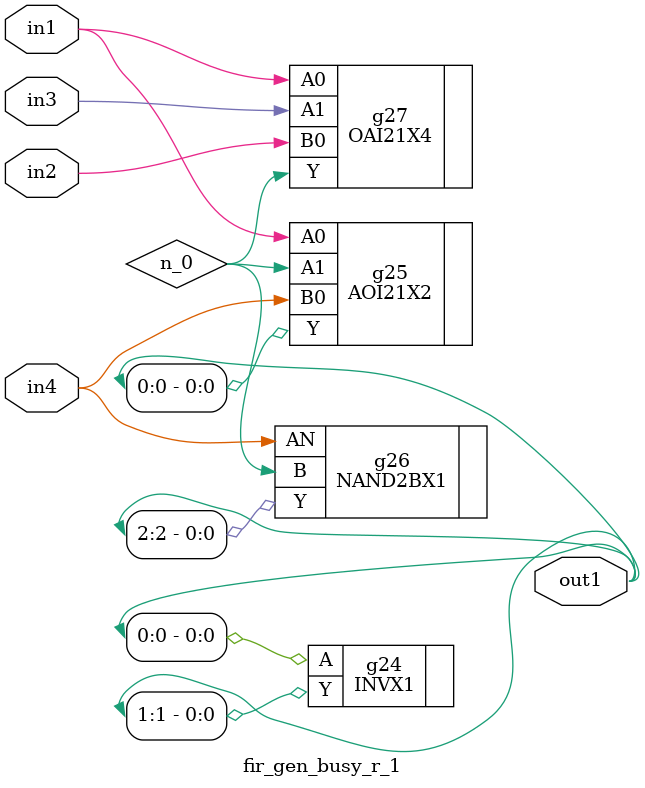
<source format=v>
`timescale 1ps / 1ps


module fir_gen_busy_r_1(in1, in2, in3, in4, out1);
  input in1, in2, in3, in4;
  output [2:0] out1;
  wire in1, in2, in3, in4;
  wire [2:0] out1;
  wire n_0;
  INVX1 g24(.A (out1[0]), .Y (out1[1]));
  AOI21X2 g25(.A0 (in1), .A1 (n_0), .B0 (in4), .Y (out1[0]));
  NAND2BX1 g26(.AN (in4), .B (n_0), .Y (out1[2]));
  OAI21X4 g27(.A0 (in1), .A1 (in3), .B0 (in2), .Y (n_0));
endmodule



</source>
